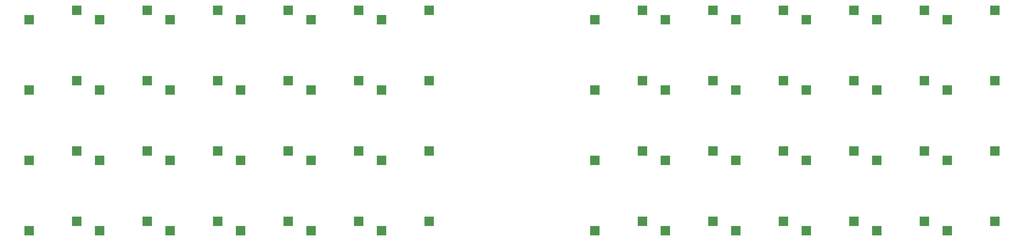
<source format=gbp>
%TF.GenerationSoftware,KiCad,Pcbnew,(6.0.4-0)*%
%TF.CreationDate,2022-06-19T23:04:27+01:00*%
%TF.ProjectId,slimy,736c696d-792e-46b6-9963-61645f706362,rev?*%
%TF.SameCoordinates,Original*%
%TF.FileFunction,Paste,Bot*%
%TF.FilePolarity,Positive*%
%FSLAX46Y46*%
G04 Gerber Fmt 4.6, Leading zero omitted, Abs format (unit mm)*
G04 Created by KiCad (PCBNEW (6.0.4-0)) date 2022-06-19 23:04:27*
%MOMM*%
%LPD*%
G01*
G04 APERTURE LIST*
%ADD10R,2.550000X2.500000*%
G04 APERTURE END LIST*
D10*
%TO.C,K35*%
X288440800Y-149885400D03*
X275540800Y-152425400D03*
%TD*%
%TO.C,K31*%
X269390800Y-149885400D03*
X256490800Y-152425400D03*
%TD*%
%TO.C,K12*%
X135531200Y-168935400D03*
X122631200Y-171475400D03*
%TD*%
%TO.C,K19*%
X173631200Y-149885400D03*
X160731200Y-152425400D03*
%TD*%
%TO.C,K45*%
X345590800Y-111785400D03*
X332690800Y-114325400D03*
%TD*%
%TO.C,K9*%
X135531200Y-111785400D03*
X122631200Y-114325400D03*
%TD*%
%TO.C,K20*%
X173631200Y-168935400D03*
X160731200Y-171475400D03*
%TD*%
%TO.C,K44*%
X326540800Y-168935400D03*
X313640800Y-171475400D03*
%TD*%
%TO.C,K4*%
X97431200Y-168935400D03*
X84531200Y-171475400D03*
%TD*%
%TO.C,K39*%
X307490800Y-149885400D03*
X294590800Y-152425400D03*
%TD*%
%TO.C,K5*%
X116481200Y-111785400D03*
X103581200Y-114325400D03*
%TD*%
%TO.C,K16*%
X154581200Y-168935400D03*
X141681200Y-171475400D03*
%TD*%
%TO.C,K47*%
X345590800Y-149885400D03*
X332690800Y-152425400D03*
%TD*%
%TO.C,K7*%
X116481200Y-149885400D03*
X103581200Y-152425400D03*
%TD*%
%TO.C,K24*%
X192681200Y-168935400D03*
X179781200Y-171475400D03*
%TD*%
%TO.C,K30*%
X269390800Y-130835400D03*
X256490800Y-133375400D03*
%TD*%
%TO.C,K41*%
X326540800Y-111785400D03*
X313640800Y-114325400D03*
%TD*%
%TO.C,K25*%
X250340800Y-111785400D03*
X237440800Y-114325400D03*
%TD*%
%TO.C,K6*%
X116481200Y-130835400D03*
X103581200Y-133375400D03*
%TD*%
%TO.C,K14*%
X154581200Y-130835400D03*
X141681200Y-133375400D03*
%TD*%
%TO.C,K3*%
X97431200Y-149885400D03*
X84531200Y-152425400D03*
%TD*%
%TO.C,K48*%
X345590800Y-168935400D03*
X332690800Y-171475400D03*
%TD*%
%TO.C,K38*%
X307490800Y-130835400D03*
X294590800Y-133375400D03*
%TD*%
%TO.C,K32*%
X269390800Y-168935400D03*
X256490800Y-171475400D03*
%TD*%
%TO.C,K29*%
X269390800Y-111785400D03*
X256490800Y-114325400D03*
%TD*%
%TO.C,K26*%
X250340800Y-130835400D03*
X237440800Y-133375400D03*
%TD*%
%TO.C,K10*%
X135531200Y-130835400D03*
X122631200Y-133375400D03*
%TD*%
%TO.C,K18*%
X173631200Y-130835400D03*
X160731200Y-133375400D03*
%TD*%
%TO.C,K43*%
X326540800Y-149885400D03*
X313640800Y-152425400D03*
%TD*%
%TO.C,K1*%
X97431200Y-111785400D03*
X84531200Y-114325400D03*
%TD*%
%TO.C,K15*%
X154581200Y-149885400D03*
X141681200Y-152425400D03*
%TD*%
%TO.C,K33*%
X288440800Y-111785400D03*
X275540800Y-114325400D03*
%TD*%
%TO.C,K23*%
X192681200Y-149885400D03*
X179781200Y-152425400D03*
%TD*%
%TO.C,K11*%
X135531200Y-149885400D03*
X122631200Y-152425400D03*
%TD*%
%TO.C,K27*%
X250340800Y-149885400D03*
X237440800Y-152425400D03*
%TD*%
%TO.C,K8*%
X116481200Y-168935400D03*
X103581200Y-171475400D03*
%TD*%
%TO.C,K2*%
X97431200Y-130835400D03*
X84531200Y-133375400D03*
%TD*%
%TO.C,K36*%
X288440800Y-168935400D03*
X275540800Y-171475400D03*
%TD*%
%TO.C,K13*%
X154581200Y-111785400D03*
X141681200Y-114325400D03*
%TD*%
%TO.C,K42*%
X326540800Y-130835400D03*
X313640800Y-133375400D03*
%TD*%
%TO.C,K34*%
X288440800Y-130835400D03*
X275540800Y-133375400D03*
%TD*%
%TO.C,K40*%
X307490800Y-168935400D03*
X294590800Y-171475400D03*
%TD*%
%TO.C,K37*%
X307490800Y-111785400D03*
X294590800Y-114325400D03*
%TD*%
%TO.C,K28*%
X250340800Y-168935400D03*
X237440800Y-171475400D03*
%TD*%
%TO.C,K17*%
X173631200Y-111785400D03*
X160731200Y-114325400D03*
%TD*%
%TO.C,K22*%
X192681200Y-130835400D03*
X179781200Y-133375400D03*
%TD*%
%TO.C,K21*%
X192681200Y-111785400D03*
X179781200Y-114325400D03*
%TD*%
%TO.C,K46*%
X345590800Y-130835400D03*
X332690800Y-133375400D03*
%TD*%
M02*

</source>
